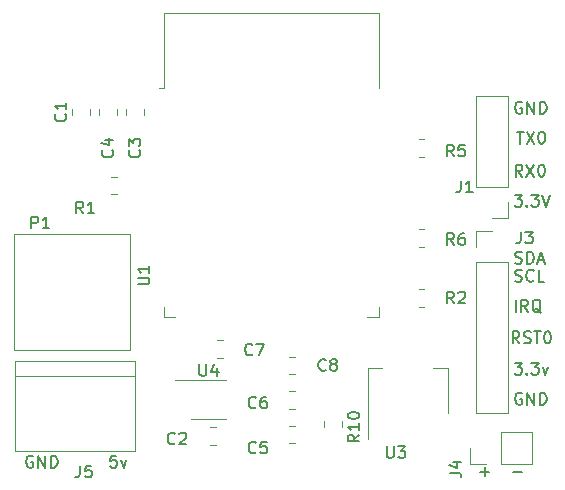
<source format=gbr>
%TF.GenerationSoftware,KiCad,Pcbnew,7.0.1*%
%TF.CreationDate,2023-04-21T09:55:58+02:00*%
%TF.ProjectId,hond,686f6e64-2e6b-4696-9361-645f70636258,rev?*%
%TF.SameCoordinates,Original*%
%TF.FileFunction,Legend,Top*%
%TF.FilePolarity,Positive*%
%FSLAX46Y46*%
G04 Gerber Fmt 4.6, Leading zero omitted, Abs format (unit mm)*
G04 Created by KiCad (PCBNEW 7.0.1) date 2023-04-21 09:55:58*
%MOMM*%
%LPD*%
G01*
G04 APERTURE LIST*
%ADD10C,0.150000*%
%ADD11C,0.120000*%
G04 APERTURE END LIST*
D10*
X146097523Y-76983619D02*
X145764190Y-76507428D01*
X145526095Y-76983619D02*
X145526095Y-75983619D01*
X145526095Y-75983619D02*
X145907047Y-75983619D01*
X145907047Y-75983619D02*
X146002285Y-76031238D01*
X146002285Y-76031238D02*
X146049904Y-76078857D01*
X146049904Y-76078857D02*
X146097523Y-76174095D01*
X146097523Y-76174095D02*
X146097523Y-76316952D01*
X146097523Y-76316952D02*
X146049904Y-76412190D01*
X146049904Y-76412190D02*
X146002285Y-76459809D01*
X146002285Y-76459809D02*
X145907047Y-76507428D01*
X145907047Y-76507428D02*
X145526095Y-76507428D01*
X146478476Y-76936000D02*
X146621333Y-76983619D01*
X146621333Y-76983619D02*
X146859428Y-76983619D01*
X146859428Y-76983619D02*
X146954666Y-76936000D01*
X146954666Y-76936000D02*
X147002285Y-76888380D01*
X147002285Y-76888380D02*
X147049904Y-76793142D01*
X147049904Y-76793142D02*
X147049904Y-76697904D01*
X147049904Y-76697904D02*
X147002285Y-76602666D01*
X147002285Y-76602666D02*
X146954666Y-76555047D01*
X146954666Y-76555047D02*
X146859428Y-76507428D01*
X146859428Y-76507428D02*
X146668952Y-76459809D01*
X146668952Y-76459809D02*
X146573714Y-76412190D01*
X146573714Y-76412190D02*
X146526095Y-76364571D01*
X146526095Y-76364571D02*
X146478476Y-76269333D01*
X146478476Y-76269333D02*
X146478476Y-76174095D01*
X146478476Y-76174095D02*
X146526095Y-76078857D01*
X146526095Y-76078857D02*
X146573714Y-76031238D01*
X146573714Y-76031238D02*
X146668952Y-75983619D01*
X146668952Y-75983619D02*
X146907047Y-75983619D01*
X146907047Y-75983619D02*
X147049904Y-76031238D01*
X147335619Y-75983619D02*
X147907047Y-75983619D01*
X147621333Y-76983619D02*
X147621333Y-75983619D01*
X148430857Y-75983619D02*
X148526095Y-75983619D01*
X148526095Y-75983619D02*
X148621333Y-76031238D01*
X148621333Y-76031238D02*
X148668952Y-76078857D01*
X148668952Y-76078857D02*
X148716571Y-76174095D01*
X148716571Y-76174095D02*
X148764190Y-76364571D01*
X148764190Y-76364571D02*
X148764190Y-76602666D01*
X148764190Y-76602666D02*
X148716571Y-76793142D01*
X148716571Y-76793142D02*
X148668952Y-76888380D01*
X148668952Y-76888380D02*
X148621333Y-76936000D01*
X148621333Y-76936000D02*
X148526095Y-76983619D01*
X148526095Y-76983619D02*
X148430857Y-76983619D01*
X148430857Y-76983619D02*
X148335619Y-76936000D01*
X148335619Y-76936000D02*
X148288000Y-76888380D01*
X148288000Y-76888380D02*
X148240381Y-76793142D01*
X148240381Y-76793142D02*
X148192762Y-76602666D01*
X148192762Y-76602666D02*
X148192762Y-76364571D01*
X148192762Y-76364571D02*
X148240381Y-76174095D01*
X148240381Y-76174095D02*
X148288000Y-76078857D01*
X148288000Y-76078857D02*
X148335619Y-76031238D01*
X148335619Y-76031238D02*
X148430857Y-75983619D01*
X145891238Y-59075619D02*
X146462666Y-59075619D01*
X146176952Y-60075619D02*
X146176952Y-59075619D01*
X146700762Y-59075619D02*
X147367428Y-60075619D01*
X147367428Y-59075619D02*
X146700762Y-60075619D01*
X147938857Y-59075619D02*
X148034095Y-59075619D01*
X148034095Y-59075619D02*
X148129333Y-59123238D01*
X148129333Y-59123238D02*
X148176952Y-59170857D01*
X148176952Y-59170857D02*
X148224571Y-59266095D01*
X148224571Y-59266095D02*
X148272190Y-59456571D01*
X148272190Y-59456571D02*
X148272190Y-59694666D01*
X148272190Y-59694666D02*
X148224571Y-59885142D01*
X148224571Y-59885142D02*
X148176952Y-59980380D01*
X148176952Y-59980380D02*
X148129333Y-60028000D01*
X148129333Y-60028000D02*
X148034095Y-60075619D01*
X148034095Y-60075619D02*
X147938857Y-60075619D01*
X147938857Y-60075619D02*
X147843619Y-60028000D01*
X147843619Y-60028000D02*
X147796000Y-59980380D01*
X147796000Y-59980380D02*
X147748381Y-59885142D01*
X147748381Y-59885142D02*
X147700762Y-59694666D01*
X147700762Y-59694666D02*
X147700762Y-59456571D01*
X147700762Y-59456571D02*
X147748381Y-59266095D01*
X147748381Y-59266095D02*
X147796000Y-59170857D01*
X147796000Y-59170857D02*
X147843619Y-59123238D01*
X147843619Y-59123238D02*
X147938857Y-59075619D01*
X145780095Y-74299619D02*
X145780095Y-73299619D01*
X146827713Y-74299619D02*
X146494380Y-73823428D01*
X146256285Y-74299619D02*
X146256285Y-73299619D01*
X146256285Y-73299619D02*
X146637237Y-73299619D01*
X146637237Y-73299619D02*
X146732475Y-73347238D01*
X146732475Y-73347238D02*
X146780094Y-73394857D01*
X146780094Y-73394857D02*
X146827713Y-73490095D01*
X146827713Y-73490095D02*
X146827713Y-73632952D01*
X146827713Y-73632952D02*
X146780094Y-73728190D01*
X146780094Y-73728190D02*
X146732475Y-73775809D01*
X146732475Y-73775809D02*
X146637237Y-73823428D01*
X146637237Y-73823428D02*
X146256285Y-73823428D01*
X147922951Y-74394857D02*
X147827713Y-74347238D01*
X147827713Y-74347238D02*
X147732475Y-74252000D01*
X147732475Y-74252000D02*
X147589618Y-74109142D01*
X147589618Y-74109142D02*
X147494380Y-74061523D01*
X147494380Y-74061523D02*
X147399142Y-74061523D01*
X147446761Y-74299619D02*
X147351523Y-74252000D01*
X147351523Y-74252000D02*
X147256285Y-74156761D01*
X147256285Y-74156761D02*
X147208666Y-73966285D01*
X147208666Y-73966285D02*
X147208666Y-73632952D01*
X147208666Y-73632952D02*
X147256285Y-73442476D01*
X147256285Y-73442476D02*
X147351523Y-73347238D01*
X147351523Y-73347238D02*
X147446761Y-73299619D01*
X147446761Y-73299619D02*
X147637237Y-73299619D01*
X147637237Y-73299619D02*
X147732475Y-73347238D01*
X147732475Y-73347238D02*
X147827713Y-73442476D01*
X147827713Y-73442476D02*
X147875332Y-73632952D01*
X147875332Y-73632952D02*
X147875332Y-73966285D01*
X147875332Y-73966285D02*
X147827713Y-74156761D01*
X147827713Y-74156761D02*
X147732475Y-74252000D01*
X147732475Y-74252000D02*
X147637237Y-74299619D01*
X147637237Y-74299619D02*
X147446761Y-74299619D01*
X104901904Y-86555238D02*
X104806666Y-86507619D01*
X104806666Y-86507619D02*
X104663809Y-86507619D01*
X104663809Y-86507619D02*
X104520952Y-86555238D01*
X104520952Y-86555238D02*
X104425714Y-86650476D01*
X104425714Y-86650476D02*
X104378095Y-86745714D01*
X104378095Y-86745714D02*
X104330476Y-86936190D01*
X104330476Y-86936190D02*
X104330476Y-87079047D01*
X104330476Y-87079047D02*
X104378095Y-87269523D01*
X104378095Y-87269523D02*
X104425714Y-87364761D01*
X104425714Y-87364761D02*
X104520952Y-87460000D01*
X104520952Y-87460000D02*
X104663809Y-87507619D01*
X104663809Y-87507619D02*
X104759047Y-87507619D01*
X104759047Y-87507619D02*
X104901904Y-87460000D01*
X104901904Y-87460000D02*
X104949523Y-87412380D01*
X104949523Y-87412380D02*
X104949523Y-87079047D01*
X104949523Y-87079047D02*
X104759047Y-87079047D01*
X105378095Y-87507619D02*
X105378095Y-86507619D01*
X105378095Y-86507619D02*
X105949523Y-87507619D01*
X105949523Y-87507619D02*
X105949523Y-86507619D01*
X106425714Y-87507619D02*
X106425714Y-86507619D01*
X106425714Y-86507619D02*
X106663809Y-86507619D01*
X106663809Y-86507619D02*
X106806666Y-86555238D01*
X106806666Y-86555238D02*
X106901904Y-86650476D01*
X106901904Y-86650476D02*
X106949523Y-86745714D01*
X106949523Y-86745714D02*
X106997142Y-86936190D01*
X106997142Y-86936190D02*
X106997142Y-87079047D01*
X106997142Y-87079047D02*
X106949523Y-87269523D01*
X106949523Y-87269523D02*
X106901904Y-87364761D01*
X106901904Y-87364761D02*
X106806666Y-87460000D01*
X106806666Y-87460000D02*
X106663809Y-87507619D01*
X106663809Y-87507619D02*
X106425714Y-87507619D01*
X143525904Y-87879333D02*
X142764000Y-87879333D01*
X143144952Y-87498380D02*
X143144952Y-88260285D01*
X145732476Y-71712000D02*
X145875333Y-71759619D01*
X145875333Y-71759619D02*
X146113428Y-71759619D01*
X146113428Y-71759619D02*
X146208666Y-71712000D01*
X146208666Y-71712000D02*
X146256285Y-71664380D01*
X146256285Y-71664380D02*
X146303904Y-71569142D01*
X146303904Y-71569142D02*
X146303904Y-71473904D01*
X146303904Y-71473904D02*
X146256285Y-71378666D01*
X146256285Y-71378666D02*
X146208666Y-71331047D01*
X146208666Y-71331047D02*
X146113428Y-71283428D01*
X146113428Y-71283428D02*
X145922952Y-71235809D01*
X145922952Y-71235809D02*
X145827714Y-71188190D01*
X145827714Y-71188190D02*
X145780095Y-71140571D01*
X145780095Y-71140571D02*
X145732476Y-71045333D01*
X145732476Y-71045333D02*
X145732476Y-70950095D01*
X145732476Y-70950095D02*
X145780095Y-70854857D01*
X145780095Y-70854857D02*
X145827714Y-70807238D01*
X145827714Y-70807238D02*
X145922952Y-70759619D01*
X145922952Y-70759619D02*
X146161047Y-70759619D01*
X146161047Y-70759619D02*
X146303904Y-70807238D01*
X147303904Y-71664380D02*
X147256285Y-71712000D01*
X147256285Y-71712000D02*
X147113428Y-71759619D01*
X147113428Y-71759619D02*
X147018190Y-71759619D01*
X147018190Y-71759619D02*
X146875333Y-71712000D01*
X146875333Y-71712000D02*
X146780095Y-71616761D01*
X146780095Y-71616761D02*
X146732476Y-71521523D01*
X146732476Y-71521523D02*
X146684857Y-71331047D01*
X146684857Y-71331047D02*
X146684857Y-71188190D01*
X146684857Y-71188190D02*
X146732476Y-70997714D01*
X146732476Y-70997714D02*
X146780095Y-70902476D01*
X146780095Y-70902476D02*
X146875333Y-70807238D01*
X146875333Y-70807238D02*
X147018190Y-70759619D01*
X147018190Y-70759619D02*
X147113428Y-70759619D01*
X147113428Y-70759619D02*
X147256285Y-70807238D01*
X147256285Y-70807238D02*
X147303904Y-70854857D01*
X148208666Y-71759619D02*
X147732476Y-71759619D01*
X147732476Y-71759619D02*
X147732476Y-70759619D01*
X146319904Y-87879333D02*
X145558000Y-87879333D01*
X145684857Y-78633619D02*
X146303904Y-78633619D01*
X146303904Y-78633619D02*
X145970571Y-79014571D01*
X145970571Y-79014571D02*
X146113428Y-79014571D01*
X146113428Y-79014571D02*
X146208666Y-79062190D01*
X146208666Y-79062190D02*
X146256285Y-79109809D01*
X146256285Y-79109809D02*
X146303904Y-79205047D01*
X146303904Y-79205047D02*
X146303904Y-79443142D01*
X146303904Y-79443142D02*
X146256285Y-79538380D01*
X146256285Y-79538380D02*
X146208666Y-79586000D01*
X146208666Y-79586000D02*
X146113428Y-79633619D01*
X146113428Y-79633619D02*
X145827714Y-79633619D01*
X145827714Y-79633619D02*
X145732476Y-79586000D01*
X145732476Y-79586000D02*
X145684857Y-79538380D01*
X146732476Y-79538380D02*
X146780095Y-79586000D01*
X146780095Y-79586000D02*
X146732476Y-79633619D01*
X146732476Y-79633619D02*
X146684857Y-79586000D01*
X146684857Y-79586000D02*
X146732476Y-79538380D01*
X146732476Y-79538380D02*
X146732476Y-79633619D01*
X147113428Y-78633619D02*
X147732475Y-78633619D01*
X147732475Y-78633619D02*
X147399142Y-79014571D01*
X147399142Y-79014571D02*
X147541999Y-79014571D01*
X147541999Y-79014571D02*
X147637237Y-79062190D01*
X147637237Y-79062190D02*
X147684856Y-79109809D01*
X147684856Y-79109809D02*
X147732475Y-79205047D01*
X147732475Y-79205047D02*
X147732475Y-79443142D01*
X147732475Y-79443142D02*
X147684856Y-79538380D01*
X147684856Y-79538380D02*
X147637237Y-79586000D01*
X147637237Y-79586000D02*
X147541999Y-79633619D01*
X147541999Y-79633619D02*
X147256285Y-79633619D01*
X147256285Y-79633619D02*
X147161047Y-79586000D01*
X147161047Y-79586000D02*
X147113428Y-79538380D01*
X148065809Y-78966952D02*
X148303904Y-79633619D01*
X148303904Y-79633619D02*
X148541999Y-78966952D01*
X111966285Y-86507619D02*
X111490095Y-86507619D01*
X111490095Y-86507619D02*
X111442476Y-86983809D01*
X111442476Y-86983809D02*
X111490095Y-86936190D01*
X111490095Y-86936190D02*
X111585333Y-86888571D01*
X111585333Y-86888571D02*
X111823428Y-86888571D01*
X111823428Y-86888571D02*
X111918666Y-86936190D01*
X111918666Y-86936190D02*
X111966285Y-86983809D01*
X111966285Y-86983809D02*
X112013904Y-87079047D01*
X112013904Y-87079047D02*
X112013904Y-87317142D01*
X112013904Y-87317142D02*
X111966285Y-87412380D01*
X111966285Y-87412380D02*
X111918666Y-87460000D01*
X111918666Y-87460000D02*
X111823428Y-87507619D01*
X111823428Y-87507619D02*
X111585333Y-87507619D01*
X111585333Y-87507619D02*
X111490095Y-87460000D01*
X111490095Y-87460000D02*
X111442476Y-87412380D01*
X112347238Y-86840952D02*
X112585333Y-87507619D01*
X112585333Y-87507619D02*
X112823428Y-86840952D01*
X145732476Y-70188000D02*
X145875333Y-70235619D01*
X145875333Y-70235619D02*
X146113428Y-70235619D01*
X146113428Y-70235619D02*
X146208666Y-70188000D01*
X146208666Y-70188000D02*
X146256285Y-70140380D01*
X146256285Y-70140380D02*
X146303904Y-70045142D01*
X146303904Y-70045142D02*
X146303904Y-69949904D01*
X146303904Y-69949904D02*
X146256285Y-69854666D01*
X146256285Y-69854666D02*
X146208666Y-69807047D01*
X146208666Y-69807047D02*
X146113428Y-69759428D01*
X146113428Y-69759428D02*
X145922952Y-69711809D01*
X145922952Y-69711809D02*
X145827714Y-69664190D01*
X145827714Y-69664190D02*
X145780095Y-69616571D01*
X145780095Y-69616571D02*
X145732476Y-69521333D01*
X145732476Y-69521333D02*
X145732476Y-69426095D01*
X145732476Y-69426095D02*
X145780095Y-69330857D01*
X145780095Y-69330857D02*
X145827714Y-69283238D01*
X145827714Y-69283238D02*
X145922952Y-69235619D01*
X145922952Y-69235619D02*
X146161047Y-69235619D01*
X146161047Y-69235619D02*
X146303904Y-69283238D01*
X146732476Y-70235619D02*
X146732476Y-69235619D01*
X146732476Y-69235619D02*
X146970571Y-69235619D01*
X146970571Y-69235619D02*
X147113428Y-69283238D01*
X147113428Y-69283238D02*
X147208666Y-69378476D01*
X147208666Y-69378476D02*
X147256285Y-69473714D01*
X147256285Y-69473714D02*
X147303904Y-69664190D01*
X147303904Y-69664190D02*
X147303904Y-69807047D01*
X147303904Y-69807047D02*
X147256285Y-69997523D01*
X147256285Y-69997523D02*
X147208666Y-70092761D01*
X147208666Y-70092761D02*
X147113428Y-70188000D01*
X147113428Y-70188000D02*
X146970571Y-70235619D01*
X146970571Y-70235619D02*
X146732476Y-70235619D01*
X147684857Y-69949904D02*
X148161047Y-69949904D01*
X147589619Y-70235619D02*
X147922952Y-69235619D01*
X147922952Y-69235619D02*
X148256285Y-70235619D01*
X146303904Y-56583238D02*
X146208666Y-56535619D01*
X146208666Y-56535619D02*
X146065809Y-56535619D01*
X146065809Y-56535619D02*
X145922952Y-56583238D01*
X145922952Y-56583238D02*
X145827714Y-56678476D01*
X145827714Y-56678476D02*
X145780095Y-56773714D01*
X145780095Y-56773714D02*
X145732476Y-56964190D01*
X145732476Y-56964190D02*
X145732476Y-57107047D01*
X145732476Y-57107047D02*
X145780095Y-57297523D01*
X145780095Y-57297523D02*
X145827714Y-57392761D01*
X145827714Y-57392761D02*
X145922952Y-57488000D01*
X145922952Y-57488000D02*
X146065809Y-57535619D01*
X146065809Y-57535619D02*
X146161047Y-57535619D01*
X146161047Y-57535619D02*
X146303904Y-57488000D01*
X146303904Y-57488000D02*
X146351523Y-57440380D01*
X146351523Y-57440380D02*
X146351523Y-57107047D01*
X146351523Y-57107047D02*
X146161047Y-57107047D01*
X146780095Y-57535619D02*
X146780095Y-56535619D01*
X146780095Y-56535619D02*
X147351523Y-57535619D01*
X147351523Y-57535619D02*
X147351523Y-56535619D01*
X147827714Y-57535619D02*
X147827714Y-56535619D01*
X147827714Y-56535619D02*
X148065809Y-56535619D01*
X148065809Y-56535619D02*
X148208666Y-56583238D01*
X148208666Y-56583238D02*
X148303904Y-56678476D01*
X148303904Y-56678476D02*
X148351523Y-56773714D01*
X148351523Y-56773714D02*
X148399142Y-56964190D01*
X148399142Y-56964190D02*
X148399142Y-57107047D01*
X148399142Y-57107047D02*
X148351523Y-57297523D01*
X148351523Y-57297523D02*
X148303904Y-57392761D01*
X148303904Y-57392761D02*
X148208666Y-57488000D01*
X148208666Y-57488000D02*
X148065809Y-57535619D01*
X148065809Y-57535619D02*
X147827714Y-57535619D01*
X146351523Y-62869619D02*
X146018190Y-62393428D01*
X145780095Y-62869619D02*
X145780095Y-61869619D01*
X145780095Y-61869619D02*
X146161047Y-61869619D01*
X146161047Y-61869619D02*
X146256285Y-61917238D01*
X146256285Y-61917238D02*
X146303904Y-61964857D01*
X146303904Y-61964857D02*
X146351523Y-62060095D01*
X146351523Y-62060095D02*
X146351523Y-62202952D01*
X146351523Y-62202952D02*
X146303904Y-62298190D01*
X146303904Y-62298190D02*
X146256285Y-62345809D01*
X146256285Y-62345809D02*
X146161047Y-62393428D01*
X146161047Y-62393428D02*
X145780095Y-62393428D01*
X146684857Y-61869619D02*
X147351523Y-62869619D01*
X147351523Y-61869619D02*
X146684857Y-62869619D01*
X147922952Y-61869619D02*
X148018190Y-61869619D01*
X148018190Y-61869619D02*
X148113428Y-61917238D01*
X148113428Y-61917238D02*
X148161047Y-61964857D01*
X148161047Y-61964857D02*
X148208666Y-62060095D01*
X148208666Y-62060095D02*
X148256285Y-62250571D01*
X148256285Y-62250571D02*
X148256285Y-62488666D01*
X148256285Y-62488666D02*
X148208666Y-62679142D01*
X148208666Y-62679142D02*
X148161047Y-62774380D01*
X148161047Y-62774380D02*
X148113428Y-62822000D01*
X148113428Y-62822000D02*
X148018190Y-62869619D01*
X148018190Y-62869619D02*
X147922952Y-62869619D01*
X147922952Y-62869619D02*
X147827714Y-62822000D01*
X147827714Y-62822000D02*
X147780095Y-62774380D01*
X147780095Y-62774380D02*
X147732476Y-62679142D01*
X147732476Y-62679142D02*
X147684857Y-62488666D01*
X147684857Y-62488666D02*
X147684857Y-62250571D01*
X147684857Y-62250571D02*
X147732476Y-62060095D01*
X147732476Y-62060095D02*
X147780095Y-61964857D01*
X147780095Y-61964857D02*
X147827714Y-61917238D01*
X147827714Y-61917238D02*
X147922952Y-61869619D01*
X145684857Y-64409619D02*
X146303904Y-64409619D01*
X146303904Y-64409619D02*
X145970571Y-64790571D01*
X145970571Y-64790571D02*
X146113428Y-64790571D01*
X146113428Y-64790571D02*
X146208666Y-64838190D01*
X146208666Y-64838190D02*
X146256285Y-64885809D01*
X146256285Y-64885809D02*
X146303904Y-64981047D01*
X146303904Y-64981047D02*
X146303904Y-65219142D01*
X146303904Y-65219142D02*
X146256285Y-65314380D01*
X146256285Y-65314380D02*
X146208666Y-65362000D01*
X146208666Y-65362000D02*
X146113428Y-65409619D01*
X146113428Y-65409619D02*
X145827714Y-65409619D01*
X145827714Y-65409619D02*
X145732476Y-65362000D01*
X145732476Y-65362000D02*
X145684857Y-65314380D01*
X146732476Y-65314380D02*
X146780095Y-65362000D01*
X146780095Y-65362000D02*
X146732476Y-65409619D01*
X146732476Y-65409619D02*
X146684857Y-65362000D01*
X146684857Y-65362000D02*
X146732476Y-65314380D01*
X146732476Y-65314380D02*
X146732476Y-65409619D01*
X147113428Y-64409619D02*
X147732475Y-64409619D01*
X147732475Y-64409619D02*
X147399142Y-64790571D01*
X147399142Y-64790571D02*
X147541999Y-64790571D01*
X147541999Y-64790571D02*
X147637237Y-64838190D01*
X147637237Y-64838190D02*
X147684856Y-64885809D01*
X147684856Y-64885809D02*
X147732475Y-64981047D01*
X147732475Y-64981047D02*
X147732475Y-65219142D01*
X147732475Y-65219142D02*
X147684856Y-65314380D01*
X147684856Y-65314380D02*
X147637237Y-65362000D01*
X147637237Y-65362000D02*
X147541999Y-65409619D01*
X147541999Y-65409619D02*
X147256285Y-65409619D01*
X147256285Y-65409619D02*
X147161047Y-65362000D01*
X147161047Y-65362000D02*
X147113428Y-65314380D01*
X148018190Y-64409619D02*
X148351523Y-65409619D01*
X148351523Y-65409619D02*
X148684856Y-64409619D01*
X146303904Y-81221238D02*
X146208666Y-81173619D01*
X146208666Y-81173619D02*
X146065809Y-81173619D01*
X146065809Y-81173619D02*
X145922952Y-81221238D01*
X145922952Y-81221238D02*
X145827714Y-81316476D01*
X145827714Y-81316476D02*
X145780095Y-81411714D01*
X145780095Y-81411714D02*
X145732476Y-81602190D01*
X145732476Y-81602190D02*
X145732476Y-81745047D01*
X145732476Y-81745047D02*
X145780095Y-81935523D01*
X145780095Y-81935523D02*
X145827714Y-82030761D01*
X145827714Y-82030761D02*
X145922952Y-82126000D01*
X145922952Y-82126000D02*
X146065809Y-82173619D01*
X146065809Y-82173619D02*
X146161047Y-82173619D01*
X146161047Y-82173619D02*
X146303904Y-82126000D01*
X146303904Y-82126000D02*
X146351523Y-82078380D01*
X146351523Y-82078380D02*
X146351523Y-81745047D01*
X146351523Y-81745047D02*
X146161047Y-81745047D01*
X146780095Y-82173619D02*
X146780095Y-81173619D01*
X146780095Y-81173619D02*
X147351523Y-82173619D01*
X147351523Y-82173619D02*
X147351523Y-81173619D01*
X147827714Y-82173619D02*
X147827714Y-81173619D01*
X147827714Y-81173619D02*
X148065809Y-81173619D01*
X148065809Y-81173619D02*
X148208666Y-81221238D01*
X148208666Y-81221238D02*
X148303904Y-81316476D01*
X148303904Y-81316476D02*
X148351523Y-81411714D01*
X148351523Y-81411714D02*
X148399142Y-81602190D01*
X148399142Y-81602190D02*
X148399142Y-81745047D01*
X148399142Y-81745047D02*
X148351523Y-81935523D01*
X148351523Y-81935523D02*
X148303904Y-82030761D01*
X148303904Y-82030761D02*
X148208666Y-82126000D01*
X148208666Y-82126000D02*
X148065809Y-82173619D01*
X148065809Y-82173619D02*
X147827714Y-82173619D01*
%TO.C,C1*%
X107653380Y-57570666D02*
X107701000Y-57618285D01*
X107701000Y-57618285D02*
X107748619Y-57761142D01*
X107748619Y-57761142D02*
X107748619Y-57856380D01*
X107748619Y-57856380D02*
X107701000Y-57999237D01*
X107701000Y-57999237D02*
X107605761Y-58094475D01*
X107605761Y-58094475D02*
X107510523Y-58142094D01*
X107510523Y-58142094D02*
X107320047Y-58189713D01*
X107320047Y-58189713D02*
X107177190Y-58189713D01*
X107177190Y-58189713D02*
X106986714Y-58142094D01*
X106986714Y-58142094D02*
X106891476Y-58094475D01*
X106891476Y-58094475D02*
X106796238Y-57999237D01*
X106796238Y-57999237D02*
X106748619Y-57856380D01*
X106748619Y-57856380D02*
X106748619Y-57761142D01*
X106748619Y-57761142D02*
X106796238Y-57618285D01*
X106796238Y-57618285D02*
X106843857Y-57570666D01*
X107748619Y-56618285D02*
X107748619Y-57189713D01*
X107748619Y-56903999D02*
X106748619Y-56903999D01*
X106748619Y-56903999D02*
X106891476Y-56999237D01*
X106891476Y-56999237D02*
X106986714Y-57094475D01*
X106986714Y-57094475D02*
X107034333Y-57189713D01*
%TO.C,J4*%
X140178619Y-87963333D02*
X140892904Y-87963333D01*
X140892904Y-87963333D02*
X141035761Y-88010952D01*
X141035761Y-88010952D02*
X141131000Y-88106190D01*
X141131000Y-88106190D02*
X141178619Y-88249047D01*
X141178619Y-88249047D02*
X141178619Y-88344285D01*
X140511952Y-87058571D02*
X141178619Y-87058571D01*
X140131000Y-87296666D02*
X140845285Y-87534761D01*
X140845285Y-87534761D02*
X140845285Y-86915714D01*
%TO.C,J3*%
X146224666Y-67534619D02*
X146224666Y-68248904D01*
X146224666Y-68248904D02*
X146177047Y-68391761D01*
X146177047Y-68391761D02*
X146081809Y-68487000D01*
X146081809Y-68487000D02*
X145938952Y-68534619D01*
X145938952Y-68534619D02*
X145843714Y-68534619D01*
X146605619Y-67534619D02*
X147224666Y-67534619D01*
X147224666Y-67534619D02*
X146891333Y-67915571D01*
X146891333Y-67915571D02*
X147034190Y-67915571D01*
X147034190Y-67915571D02*
X147129428Y-67963190D01*
X147129428Y-67963190D02*
X147177047Y-68010809D01*
X147177047Y-68010809D02*
X147224666Y-68106047D01*
X147224666Y-68106047D02*
X147224666Y-68344142D01*
X147224666Y-68344142D02*
X147177047Y-68439380D01*
X147177047Y-68439380D02*
X147129428Y-68487000D01*
X147129428Y-68487000D02*
X147034190Y-68534619D01*
X147034190Y-68534619D02*
X146748476Y-68534619D01*
X146748476Y-68534619D02*
X146653238Y-68487000D01*
X146653238Y-68487000D02*
X146605619Y-68439380D01*
%TO.C,J1*%
X141144666Y-63216619D02*
X141144666Y-63930904D01*
X141144666Y-63930904D02*
X141097047Y-64073761D01*
X141097047Y-64073761D02*
X141001809Y-64169000D01*
X141001809Y-64169000D02*
X140858952Y-64216619D01*
X140858952Y-64216619D02*
X140763714Y-64216619D01*
X142144666Y-64216619D02*
X141573238Y-64216619D01*
X141858952Y-64216619D02*
X141858952Y-63216619D01*
X141858952Y-63216619D02*
X141763714Y-63359476D01*
X141763714Y-63359476D02*
X141668476Y-63454714D01*
X141668476Y-63454714D02*
X141573238Y-63502333D01*
%TO.C,U1*%
X113762619Y-72008904D02*
X114572142Y-72008904D01*
X114572142Y-72008904D02*
X114667380Y-71961285D01*
X114667380Y-71961285D02*
X114715000Y-71913666D01*
X114715000Y-71913666D02*
X114762619Y-71818428D01*
X114762619Y-71818428D02*
X114762619Y-71627952D01*
X114762619Y-71627952D02*
X114715000Y-71532714D01*
X114715000Y-71532714D02*
X114667380Y-71485095D01*
X114667380Y-71485095D02*
X114572142Y-71437476D01*
X114572142Y-71437476D02*
X113762619Y-71437476D01*
X114762619Y-70437476D02*
X114762619Y-71008904D01*
X114762619Y-70723190D02*
X113762619Y-70723190D01*
X113762619Y-70723190D02*
X113905476Y-70818428D01*
X113905476Y-70818428D02*
X114000714Y-70913666D01*
X114000714Y-70913666D02*
X114048333Y-71008904D01*
%TO.C,C2*%
X116927333Y-85457380D02*
X116879714Y-85505000D01*
X116879714Y-85505000D02*
X116736857Y-85552619D01*
X116736857Y-85552619D02*
X116641619Y-85552619D01*
X116641619Y-85552619D02*
X116498762Y-85505000D01*
X116498762Y-85505000D02*
X116403524Y-85409761D01*
X116403524Y-85409761D02*
X116355905Y-85314523D01*
X116355905Y-85314523D02*
X116308286Y-85124047D01*
X116308286Y-85124047D02*
X116308286Y-84981190D01*
X116308286Y-84981190D02*
X116355905Y-84790714D01*
X116355905Y-84790714D02*
X116403524Y-84695476D01*
X116403524Y-84695476D02*
X116498762Y-84600238D01*
X116498762Y-84600238D02*
X116641619Y-84552619D01*
X116641619Y-84552619D02*
X116736857Y-84552619D01*
X116736857Y-84552619D02*
X116879714Y-84600238D01*
X116879714Y-84600238D02*
X116927333Y-84647857D01*
X117308286Y-84647857D02*
X117355905Y-84600238D01*
X117355905Y-84600238D02*
X117451143Y-84552619D01*
X117451143Y-84552619D02*
X117689238Y-84552619D01*
X117689238Y-84552619D02*
X117784476Y-84600238D01*
X117784476Y-84600238D02*
X117832095Y-84647857D01*
X117832095Y-84647857D02*
X117879714Y-84743095D01*
X117879714Y-84743095D02*
X117879714Y-84838333D01*
X117879714Y-84838333D02*
X117832095Y-84981190D01*
X117832095Y-84981190D02*
X117260667Y-85552619D01*
X117260667Y-85552619D02*
X117879714Y-85552619D01*
%TO.C,U3*%
X134874095Y-85695619D02*
X134874095Y-86505142D01*
X134874095Y-86505142D02*
X134921714Y-86600380D01*
X134921714Y-86600380D02*
X134969333Y-86648000D01*
X134969333Y-86648000D02*
X135064571Y-86695619D01*
X135064571Y-86695619D02*
X135255047Y-86695619D01*
X135255047Y-86695619D02*
X135350285Y-86648000D01*
X135350285Y-86648000D02*
X135397904Y-86600380D01*
X135397904Y-86600380D02*
X135445523Y-86505142D01*
X135445523Y-86505142D02*
X135445523Y-85695619D01*
X135826476Y-85695619D02*
X136445523Y-85695619D01*
X136445523Y-85695619D02*
X136112190Y-86076571D01*
X136112190Y-86076571D02*
X136255047Y-86076571D01*
X136255047Y-86076571D02*
X136350285Y-86124190D01*
X136350285Y-86124190D02*
X136397904Y-86171809D01*
X136397904Y-86171809D02*
X136445523Y-86267047D01*
X136445523Y-86267047D02*
X136445523Y-86505142D01*
X136445523Y-86505142D02*
X136397904Y-86600380D01*
X136397904Y-86600380D02*
X136350285Y-86648000D01*
X136350285Y-86648000D02*
X136255047Y-86695619D01*
X136255047Y-86695619D02*
X135969333Y-86695619D01*
X135969333Y-86695619D02*
X135874095Y-86648000D01*
X135874095Y-86648000D02*
X135826476Y-86600380D01*
%TO.C,C6*%
X123785333Y-82409380D02*
X123737714Y-82457000D01*
X123737714Y-82457000D02*
X123594857Y-82504619D01*
X123594857Y-82504619D02*
X123499619Y-82504619D01*
X123499619Y-82504619D02*
X123356762Y-82457000D01*
X123356762Y-82457000D02*
X123261524Y-82361761D01*
X123261524Y-82361761D02*
X123213905Y-82266523D01*
X123213905Y-82266523D02*
X123166286Y-82076047D01*
X123166286Y-82076047D02*
X123166286Y-81933190D01*
X123166286Y-81933190D02*
X123213905Y-81742714D01*
X123213905Y-81742714D02*
X123261524Y-81647476D01*
X123261524Y-81647476D02*
X123356762Y-81552238D01*
X123356762Y-81552238D02*
X123499619Y-81504619D01*
X123499619Y-81504619D02*
X123594857Y-81504619D01*
X123594857Y-81504619D02*
X123737714Y-81552238D01*
X123737714Y-81552238D02*
X123785333Y-81599857D01*
X124642476Y-81504619D02*
X124452000Y-81504619D01*
X124452000Y-81504619D02*
X124356762Y-81552238D01*
X124356762Y-81552238D02*
X124309143Y-81599857D01*
X124309143Y-81599857D02*
X124213905Y-81742714D01*
X124213905Y-81742714D02*
X124166286Y-81933190D01*
X124166286Y-81933190D02*
X124166286Y-82314142D01*
X124166286Y-82314142D02*
X124213905Y-82409380D01*
X124213905Y-82409380D02*
X124261524Y-82457000D01*
X124261524Y-82457000D02*
X124356762Y-82504619D01*
X124356762Y-82504619D02*
X124547238Y-82504619D01*
X124547238Y-82504619D02*
X124642476Y-82457000D01*
X124642476Y-82457000D02*
X124690095Y-82409380D01*
X124690095Y-82409380D02*
X124737714Y-82314142D01*
X124737714Y-82314142D02*
X124737714Y-82076047D01*
X124737714Y-82076047D02*
X124690095Y-81980809D01*
X124690095Y-81980809D02*
X124642476Y-81933190D01*
X124642476Y-81933190D02*
X124547238Y-81885571D01*
X124547238Y-81885571D02*
X124356762Y-81885571D01*
X124356762Y-81885571D02*
X124261524Y-81933190D01*
X124261524Y-81933190D02*
X124213905Y-81980809D01*
X124213905Y-81980809D02*
X124166286Y-82076047D01*
%TO.C,R1*%
X109165333Y-65994619D02*
X108832000Y-65518428D01*
X108593905Y-65994619D02*
X108593905Y-64994619D01*
X108593905Y-64994619D02*
X108974857Y-64994619D01*
X108974857Y-64994619D02*
X109070095Y-65042238D01*
X109070095Y-65042238D02*
X109117714Y-65089857D01*
X109117714Y-65089857D02*
X109165333Y-65185095D01*
X109165333Y-65185095D02*
X109165333Y-65327952D01*
X109165333Y-65327952D02*
X109117714Y-65423190D01*
X109117714Y-65423190D02*
X109070095Y-65470809D01*
X109070095Y-65470809D02*
X108974857Y-65518428D01*
X108974857Y-65518428D02*
X108593905Y-65518428D01*
X110117714Y-65994619D02*
X109546286Y-65994619D01*
X109832000Y-65994619D02*
X109832000Y-64994619D01*
X109832000Y-64994619D02*
X109736762Y-65137476D01*
X109736762Y-65137476D02*
X109641524Y-65232714D01*
X109641524Y-65232714D02*
X109546286Y-65280333D01*
%TO.C,U4*%
X119008095Y-78759619D02*
X119008095Y-79569142D01*
X119008095Y-79569142D02*
X119055714Y-79664380D01*
X119055714Y-79664380D02*
X119103333Y-79712000D01*
X119103333Y-79712000D02*
X119198571Y-79759619D01*
X119198571Y-79759619D02*
X119389047Y-79759619D01*
X119389047Y-79759619D02*
X119484285Y-79712000D01*
X119484285Y-79712000D02*
X119531904Y-79664380D01*
X119531904Y-79664380D02*
X119579523Y-79569142D01*
X119579523Y-79569142D02*
X119579523Y-78759619D01*
X120484285Y-79092952D02*
X120484285Y-79759619D01*
X120246190Y-78712000D02*
X120008095Y-79426285D01*
X120008095Y-79426285D02*
X120627142Y-79426285D01*
%TO.C,R2*%
X140549333Y-73614619D02*
X140216000Y-73138428D01*
X139977905Y-73614619D02*
X139977905Y-72614619D01*
X139977905Y-72614619D02*
X140358857Y-72614619D01*
X140358857Y-72614619D02*
X140454095Y-72662238D01*
X140454095Y-72662238D02*
X140501714Y-72709857D01*
X140501714Y-72709857D02*
X140549333Y-72805095D01*
X140549333Y-72805095D02*
X140549333Y-72947952D01*
X140549333Y-72947952D02*
X140501714Y-73043190D01*
X140501714Y-73043190D02*
X140454095Y-73090809D01*
X140454095Y-73090809D02*
X140358857Y-73138428D01*
X140358857Y-73138428D02*
X139977905Y-73138428D01*
X140930286Y-72709857D02*
X140977905Y-72662238D01*
X140977905Y-72662238D02*
X141073143Y-72614619D01*
X141073143Y-72614619D02*
X141311238Y-72614619D01*
X141311238Y-72614619D02*
X141406476Y-72662238D01*
X141406476Y-72662238D02*
X141454095Y-72709857D01*
X141454095Y-72709857D02*
X141501714Y-72805095D01*
X141501714Y-72805095D02*
X141501714Y-72900333D01*
X141501714Y-72900333D02*
X141454095Y-73043190D01*
X141454095Y-73043190D02*
X140882667Y-73614619D01*
X140882667Y-73614619D02*
X141501714Y-73614619D01*
%TO.C,R5*%
X140549333Y-61168619D02*
X140216000Y-60692428D01*
X139977905Y-61168619D02*
X139977905Y-60168619D01*
X139977905Y-60168619D02*
X140358857Y-60168619D01*
X140358857Y-60168619D02*
X140454095Y-60216238D01*
X140454095Y-60216238D02*
X140501714Y-60263857D01*
X140501714Y-60263857D02*
X140549333Y-60359095D01*
X140549333Y-60359095D02*
X140549333Y-60501952D01*
X140549333Y-60501952D02*
X140501714Y-60597190D01*
X140501714Y-60597190D02*
X140454095Y-60644809D01*
X140454095Y-60644809D02*
X140358857Y-60692428D01*
X140358857Y-60692428D02*
X139977905Y-60692428D01*
X141454095Y-60168619D02*
X140977905Y-60168619D01*
X140977905Y-60168619D02*
X140930286Y-60644809D01*
X140930286Y-60644809D02*
X140977905Y-60597190D01*
X140977905Y-60597190D02*
X141073143Y-60549571D01*
X141073143Y-60549571D02*
X141311238Y-60549571D01*
X141311238Y-60549571D02*
X141406476Y-60597190D01*
X141406476Y-60597190D02*
X141454095Y-60644809D01*
X141454095Y-60644809D02*
X141501714Y-60740047D01*
X141501714Y-60740047D02*
X141501714Y-60978142D01*
X141501714Y-60978142D02*
X141454095Y-61073380D01*
X141454095Y-61073380D02*
X141406476Y-61121000D01*
X141406476Y-61121000D02*
X141311238Y-61168619D01*
X141311238Y-61168619D02*
X141073143Y-61168619D01*
X141073143Y-61168619D02*
X140977905Y-61121000D01*
X140977905Y-61121000D02*
X140930286Y-61073380D01*
%TO.C,R10*%
X132542619Y-84716857D02*
X132066428Y-85050190D01*
X132542619Y-85288285D02*
X131542619Y-85288285D01*
X131542619Y-85288285D02*
X131542619Y-84907333D01*
X131542619Y-84907333D02*
X131590238Y-84812095D01*
X131590238Y-84812095D02*
X131637857Y-84764476D01*
X131637857Y-84764476D02*
X131733095Y-84716857D01*
X131733095Y-84716857D02*
X131875952Y-84716857D01*
X131875952Y-84716857D02*
X131971190Y-84764476D01*
X131971190Y-84764476D02*
X132018809Y-84812095D01*
X132018809Y-84812095D02*
X132066428Y-84907333D01*
X132066428Y-84907333D02*
X132066428Y-85288285D01*
X132542619Y-83764476D02*
X132542619Y-84335904D01*
X132542619Y-84050190D02*
X131542619Y-84050190D01*
X131542619Y-84050190D02*
X131685476Y-84145428D01*
X131685476Y-84145428D02*
X131780714Y-84240666D01*
X131780714Y-84240666D02*
X131828333Y-84335904D01*
X131542619Y-83145428D02*
X131542619Y-83050190D01*
X131542619Y-83050190D02*
X131590238Y-82954952D01*
X131590238Y-82954952D02*
X131637857Y-82907333D01*
X131637857Y-82907333D02*
X131733095Y-82859714D01*
X131733095Y-82859714D02*
X131923571Y-82812095D01*
X131923571Y-82812095D02*
X132161666Y-82812095D01*
X132161666Y-82812095D02*
X132352142Y-82859714D01*
X132352142Y-82859714D02*
X132447380Y-82907333D01*
X132447380Y-82907333D02*
X132495000Y-82954952D01*
X132495000Y-82954952D02*
X132542619Y-83050190D01*
X132542619Y-83050190D02*
X132542619Y-83145428D01*
X132542619Y-83145428D02*
X132495000Y-83240666D01*
X132495000Y-83240666D02*
X132447380Y-83288285D01*
X132447380Y-83288285D02*
X132352142Y-83335904D01*
X132352142Y-83335904D02*
X132161666Y-83383523D01*
X132161666Y-83383523D02*
X131923571Y-83383523D01*
X131923571Y-83383523D02*
X131733095Y-83335904D01*
X131733095Y-83335904D02*
X131637857Y-83288285D01*
X131637857Y-83288285D02*
X131590238Y-83240666D01*
X131590238Y-83240666D02*
X131542619Y-83145428D01*
%TO.C,R6*%
X140549333Y-68661619D02*
X140216000Y-68185428D01*
X139977905Y-68661619D02*
X139977905Y-67661619D01*
X139977905Y-67661619D02*
X140358857Y-67661619D01*
X140358857Y-67661619D02*
X140454095Y-67709238D01*
X140454095Y-67709238D02*
X140501714Y-67756857D01*
X140501714Y-67756857D02*
X140549333Y-67852095D01*
X140549333Y-67852095D02*
X140549333Y-67994952D01*
X140549333Y-67994952D02*
X140501714Y-68090190D01*
X140501714Y-68090190D02*
X140454095Y-68137809D01*
X140454095Y-68137809D02*
X140358857Y-68185428D01*
X140358857Y-68185428D02*
X139977905Y-68185428D01*
X141406476Y-67661619D02*
X141216000Y-67661619D01*
X141216000Y-67661619D02*
X141120762Y-67709238D01*
X141120762Y-67709238D02*
X141073143Y-67756857D01*
X141073143Y-67756857D02*
X140977905Y-67899714D01*
X140977905Y-67899714D02*
X140930286Y-68090190D01*
X140930286Y-68090190D02*
X140930286Y-68471142D01*
X140930286Y-68471142D02*
X140977905Y-68566380D01*
X140977905Y-68566380D02*
X141025524Y-68614000D01*
X141025524Y-68614000D02*
X141120762Y-68661619D01*
X141120762Y-68661619D02*
X141311238Y-68661619D01*
X141311238Y-68661619D02*
X141406476Y-68614000D01*
X141406476Y-68614000D02*
X141454095Y-68566380D01*
X141454095Y-68566380D02*
X141501714Y-68471142D01*
X141501714Y-68471142D02*
X141501714Y-68233047D01*
X141501714Y-68233047D02*
X141454095Y-68137809D01*
X141454095Y-68137809D02*
X141406476Y-68090190D01*
X141406476Y-68090190D02*
X141311238Y-68042571D01*
X141311238Y-68042571D02*
X141120762Y-68042571D01*
X141120762Y-68042571D02*
X141025524Y-68090190D01*
X141025524Y-68090190D02*
X140977905Y-68137809D01*
X140977905Y-68137809D02*
X140930286Y-68233047D01*
%TO.C,J5*%
X108886666Y-87346619D02*
X108886666Y-88060904D01*
X108886666Y-88060904D02*
X108839047Y-88203761D01*
X108839047Y-88203761D02*
X108743809Y-88299000D01*
X108743809Y-88299000D02*
X108600952Y-88346619D01*
X108600952Y-88346619D02*
X108505714Y-88346619D01*
X109839047Y-87346619D02*
X109362857Y-87346619D01*
X109362857Y-87346619D02*
X109315238Y-87822809D01*
X109315238Y-87822809D02*
X109362857Y-87775190D01*
X109362857Y-87775190D02*
X109458095Y-87727571D01*
X109458095Y-87727571D02*
X109696190Y-87727571D01*
X109696190Y-87727571D02*
X109791428Y-87775190D01*
X109791428Y-87775190D02*
X109839047Y-87822809D01*
X109839047Y-87822809D02*
X109886666Y-87918047D01*
X109886666Y-87918047D02*
X109886666Y-88156142D01*
X109886666Y-88156142D02*
X109839047Y-88251380D01*
X109839047Y-88251380D02*
X109791428Y-88299000D01*
X109791428Y-88299000D02*
X109696190Y-88346619D01*
X109696190Y-88346619D02*
X109458095Y-88346619D01*
X109458095Y-88346619D02*
X109362857Y-88299000D01*
X109362857Y-88299000D02*
X109315238Y-88251380D01*
%TO.C,C8*%
X129702333Y-79234380D02*
X129654714Y-79282000D01*
X129654714Y-79282000D02*
X129511857Y-79329619D01*
X129511857Y-79329619D02*
X129416619Y-79329619D01*
X129416619Y-79329619D02*
X129273762Y-79282000D01*
X129273762Y-79282000D02*
X129178524Y-79186761D01*
X129178524Y-79186761D02*
X129130905Y-79091523D01*
X129130905Y-79091523D02*
X129083286Y-78901047D01*
X129083286Y-78901047D02*
X129083286Y-78758190D01*
X129083286Y-78758190D02*
X129130905Y-78567714D01*
X129130905Y-78567714D02*
X129178524Y-78472476D01*
X129178524Y-78472476D02*
X129273762Y-78377238D01*
X129273762Y-78377238D02*
X129416619Y-78329619D01*
X129416619Y-78329619D02*
X129511857Y-78329619D01*
X129511857Y-78329619D02*
X129654714Y-78377238D01*
X129654714Y-78377238D02*
X129702333Y-78424857D01*
X130273762Y-78758190D02*
X130178524Y-78710571D01*
X130178524Y-78710571D02*
X130130905Y-78662952D01*
X130130905Y-78662952D02*
X130083286Y-78567714D01*
X130083286Y-78567714D02*
X130083286Y-78520095D01*
X130083286Y-78520095D02*
X130130905Y-78424857D01*
X130130905Y-78424857D02*
X130178524Y-78377238D01*
X130178524Y-78377238D02*
X130273762Y-78329619D01*
X130273762Y-78329619D02*
X130464238Y-78329619D01*
X130464238Y-78329619D02*
X130559476Y-78377238D01*
X130559476Y-78377238D02*
X130607095Y-78424857D01*
X130607095Y-78424857D02*
X130654714Y-78520095D01*
X130654714Y-78520095D02*
X130654714Y-78567714D01*
X130654714Y-78567714D02*
X130607095Y-78662952D01*
X130607095Y-78662952D02*
X130559476Y-78710571D01*
X130559476Y-78710571D02*
X130464238Y-78758190D01*
X130464238Y-78758190D02*
X130273762Y-78758190D01*
X130273762Y-78758190D02*
X130178524Y-78805809D01*
X130178524Y-78805809D02*
X130130905Y-78853428D01*
X130130905Y-78853428D02*
X130083286Y-78948666D01*
X130083286Y-78948666D02*
X130083286Y-79139142D01*
X130083286Y-79139142D02*
X130130905Y-79234380D01*
X130130905Y-79234380D02*
X130178524Y-79282000D01*
X130178524Y-79282000D02*
X130273762Y-79329619D01*
X130273762Y-79329619D02*
X130464238Y-79329619D01*
X130464238Y-79329619D02*
X130559476Y-79282000D01*
X130559476Y-79282000D02*
X130607095Y-79234380D01*
X130607095Y-79234380D02*
X130654714Y-79139142D01*
X130654714Y-79139142D02*
X130654714Y-78948666D01*
X130654714Y-78948666D02*
X130607095Y-78853428D01*
X130607095Y-78853428D02*
X130559476Y-78805809D01*
X130559476Y-78805809D02*
X130464238Y-78758190D01*
%TO.C,C7*%
X123479333Y-77926380D02*
X123431714Y-77974000D01*
X123431714Y-77974000D02*
X123288857Y-78021619D01*
X123288857Y-78021619D02*
X123193619Y-78021619D01*
X123193619Y-78021619D02*
X123050762Y-77974000D01*
X123050762Y-77974000D02*
X122955524Y-77878761D01*
X122955524Y-77878761D02*
X122907905Y-77783523D01*
X122907905Y-77783523D02*
X122860286Y-77593047D01*
X122860286Y-77593047D02*
X122860286Y-77450190D01*
X122860286Y-77450190D02*
X122907905Y-77259714D01*
X122907905Y-77259714D02*
X122955524Y-77164476D01*
X122955524Y-77164476D02*
X123050762Y-77069238D01*
X123050762Y-77069238D02*
X123193619Y-77021619D01*
X123193619Y-77021619D02*
X123288857Y-77021619D01*
X123288857Y-77021619D02*
X123431714Y-77069238D01*
X123431714Y-77069238D02*
X123479333Y-77116857D01*
X123812667Y-77021619D02*
X124479333Y-77021619D01*
X124479333Y-77021619D02*
X124050762Y-78021619D01*
%TO.C,C5*%
X123785333Y-86219380D02*
X123737714Y-86267000D01*
X123737714Y-86267000D02*
X123594857Y-86314619D01*
X123594857Y-86314619D02*
X123499619Y-86314619D01*
X123499619Y-86314619D02*
X123356762Y-86267000D01*
X123356762Y-86267000D02*
X123261524Y-86171761D01*
X123261524Y-86171761D02*
X123213905Y-86076523D01*
X123213905Y-86076523D02*
X123166286Y-85886047D01*
X123166286Y-85886047D02*
X123166286Y-85743190D01*
X123166286Y-85743190D02*
X123213905Y-85552714D01*
X123213905Y-85552714D02*
X123261524Y-85457476D01*
X123261524Y-85457476D02*
X123356762Y-85362238D01*
X123356762Y-85362238D02*
X123499619Y-85314619D01*
X123499619Y-85314619D02*
X123594857Y-85314619D01*
X123594857Y-85314619D02*
X123737714Y-85362238D01*
X123737714Y-85362238D02*
X123785333Y-85409857D01*
X124690095Y-85314619D02*
X124213905Y-85314619D01*
X124213905Y-85314619D02*
X124166286Y-85790809D01*
X124166286Y-85790809D02*
X124213905Y-85743190D01*
X124213905Y-85743190D02*
X124309143Y-85695571D01*
X124309143Y-85695571D02*
X124547238Y-85695571D01*
X124547238Y-85695571D02*
X124642476Y-85743190D01*
X124642476Y-85743190D02*
X124690095Y-85790809D01*
X124690095Y-85790809D02*
X124737714Y-85886047D01*
X124737714Y-85886047D02*
X124737714Y-86124142D01*
X124737714Y-86124142D02*
X124690095Y-86219380D01*
X124690095Y-86219380D02*
X124642476Y-86267000D01*
X124642476Y-86267000D02*
X124547238Y-86314619D01*
X124547238Y-86314619D02*
X124309143Y-86314619D01*
X124309143Y-86314619D02*
X124213905Y-86267000D01*
X124213905Y-86267000D02*
X124166286Y-86219380D01*
%TO.C,C4*%
X111619380Y-60618666D02*
X111667000Y-60666285D01*
X111667000Y-60666285D02*
X111714619Y-60809142D01*
X111714619Y-60809142D02*
X111714619Y-60904380D01*
X111714619Y-60904380D02*
X111667000Y-61047237D01*
X111667000Y-61047237D02*
X111571761Y-61142475D01*
X111571761Y-61142475D02*
X111476523Y-61190094D01*
X111476523Y-61190094D02*
X111286047Y-61237713D01*
X111286047Y-61237713D02*
X111143190Y-61237713D01*
X111143190Y-61237713D02*
X110952714Y-61190094D01*
X110952714Y-61190094D02*
X110857476Y-61142475D01*
X110857476Y-61142475D02*
X110762238Y-61047237D01*
X110762238Y-61047237D02*
X110714619Y-60904380D01*
X110714619Y-60904380D02*
X110714619Y-60809142D01*
X110714619Y-60809142D02*
X110762238Y-60666285D01*
X110762238Y-60666285D02*
X110809857Y-60618666D01*
X111047952Y-59761523D02*
X111714619Y-59761523D01*
X110667000Y-59999618D02*
X111381285Y-60237713D01*
X111381285Y-60237713D02*
X111381285Y-59618666D01*
%TO.C,C3*%
X113905380Y-60618666D02*
X113953000Y-60666285D01*
X113953000Y-60666285D02*
X114000619Y-60809142D01*
X114000619Y-60809142D02*
X114000619Y-60904380D01*
X114000619Y-60904380D02*
X113953000Y-61047237D01*
X113953000Y-61047237D02*
X113857761Y-61142475D01*
X113857761Y-61142475D02*
X113762523Y-61190094D01*
X113762523Y-61190094D02*
X113572047Y-61237713D01*
X113572047Y-61237713D02*
X113429190Y-61237713D01*
X113429190Y-61237713D02*
X113238714Y-61190094D01*
X113238714Y-61190094D02*
X113143476Y-61142475D01*
X113143476Y-61142475D02*
X113048238Y-61047237D01*
X113048238Y-61047237D02*
X113000619Y-60904380D01*
X113000619Y-60904380D02*
X113000619Y-60809142D01*
X113000619Y-60809142D02*
X113048238Y-60666285D01*
X113048238Y-60666285D02*
X113095857Y-60618666D01*
X113000619Y-60285332D02*
X113000619Y-59666285D01*
X113000619Y-59666285D02*
X113381571Y-59999618D01*
X113381571Y-59999618D02*
X113381571Y-59856761D01*
X113381571Y-59856761D02*
X113429190Y-59761523D01*
X113429190Y-59761523D02*
X113476809Y-59713904D01*
X113476809Y-59713904D02*
X113572047Y-59666285D01*
X113572047Y-59666285D02*
X113810142Y-59666285D01*
X113810142Y-59666285D02*
X113905380Y-59713904D01*
X113905380Y-59713904D02*
X113953000Y-59761523D01*
X113953000Y-59761523D02*
X114000619Y-59856761D01*
X114000619Y-59856761D02*
X114000619Y-60142475D01*
X114000619Y-60142475D02*
X113953000Y-60237713D01*
X113953000Y-60237713D02*
X113905380Y-60285332D01*
%TO.C,P1*%
X104783905Y-67264619D02*
X104783905Y-66264619D01*
X104783905Y-66264619D02*
X105164857Y-66264619D01*
X105164857Y-66264619D02*
X105260095Y-66312238D01*
X105260095Y-66312238D02*
X105307714Y-66359857D01*
X105307714Y-66359857D02*
X105355333Y-66455095D01*
X105355333Y-66455095D02*
X105355333Y-66597952D01*
X105355333Y-66597952D02*
X105307714Y-66693190D01*
X105307714Y-66693190D02*
X105260095Y-66740809D01*
X105260095Y-66740809D02*
X105164857Y-66788428D01*
X105164857Y-66788428D02*
X104783905Y-66788428D01*
X106307714Y-67264619D02*
X105736286Y-67264619D01*
X106022000Y-67264619D02*
X106022000Y-66264619D01*
X106022000Y-66264619D02*
X105926762Y-66407476D01*
X105926762Y-66407476D02*
X105831524Y-66502714D01*
X105831524Y-66502714D02*
X105736286Y-66550333D01*
D11*
%TO.C,C1*%
X108231000Y-57665252D02*
X108231000Y-57142748D01*
X109701000Y-57665252D02*
X109701000Y-57142748D01*
%TO.C,J4*%
X143251000Y-87182000D02*
X141921000Y-87182000D01*
X147121000Y-87182000D02*
X147121000Y-84522000D01*
X144521000Y-87182000D02*
X147121000Y-87182000D01*
X144521000Y-87182000D02*
X144521000Y-84522000D01*
X141921000Y-87182000D02*
X141921000Y-85852000D01*
X144521000Y-84522000D02*
X147121000Y-84522000D01*
%TO.C,J3*%
X142434000Y-70104000D02*
X142434000Y-82864000D01*
X142434000Y-68834000D02*
X142434000Y-67504000D01*
X142434000Y-67504000D02*
X143764000Y-67504000D01*
X142434000Y-70104000D02*
X145094000Y-70104000D01*
X142434000Y-82864000D02*
X145094000Y-82864000D01*
X145094000Y-70104000D02*
X145094000Y-82864000D01*
%TO.C,J1*%
X142434000Y-63754000D02*
X142434000Y-56074000D01*
X145094000Y-65024000D02*
X145094000Y-66354000D01*
X145094000Y-56074000D02*
X142434000Y-56074000D01*
X145094000Y-63754000D02*
X142434000Y-63754000D01*
X145094000Y-66354000D02*
X143764000Y-66354000D01*
X145094000Y-63754000D02*
X145094000Y-56074000D01*
%TO.C,U1*%
X115975000Y-48992000D02*
X115975000Y-55407000D01*
X115975000Y-48992000D02*
X134215000Y-48992000D01*
X115975000Y-55407000D02*
X115595000Y-55407000D01*
X115975000Y-73952000D02*
X115975000Y-74732000D01*
X115975000Y-74732000D02*
X116975000Y-74732000D01*
X134215000Y-48992000D02*
X134215000Y-55407000D01*
X134215000Y-73952000D02*
X134215000Y-74732000D01*
X134215000Y-74732000D02*
X133215000Y-74732000D01*
%TO.C,C2*%
X120403252Y-85571000D02*
X119880748Y-85571000D01*
X120403252Y-84101000D02*
X119880748Y-84101000D01*
%TO.C,U3*%
X133242000Y-85126000D02*
X133242000Y-79116000D01*
X140062000Y-82876000D02*
X140062000Y-79116000D01*
X133242000Y-79116000D02*
X134502000Y-79116000D01*
X140062000Y-79116000D02*
X138802000Y-79116000D01*
%TO.C,C6*%
X126611748Y-81053000D02*
X127134252Y-81053000D01*
X126611748Y-82523000D02*
X127134252Y-82523000D01*
%TO.C,R1*%
X111532936Y-62892000D02*
X111987064Y-62892000D01*
X111532936Y-64362000D02*
X111987064Y-64362000D01*
%TO.C,U4*%
X119770000Y-80137000D02*
X116895000Y-80137000D01*
X119770000Y-80137000D02*
X121270000Y-80137000D01*
X119770000Y-83357000D02*
X118270000Y-83357000D01*
X119770000Y-83357000D02*
X121270000Y-83357000D01*
%TO.C,R2*%
X138022064Y-73887000D02*
X137567936Y-73887000D01*
X138022064Y-72417000D02*
X137567936Y-72417000D01*
%TO.C,R5*%
X138022064Y-61187000D02*
X137567936Y-61187000D01*
X138022064Y-59717000D02*
X137567936Y-59717000D01*
%TO.C,R10*%
X129567000Y-84047064D02*
X129567000Y-83592936D01*
X131037000Y-84047064D02*
X131037000Y-83592936D01*
%TO.C,R6*%
X138022064Y-68807000D02*
X137567936Y-68807000D01*
X138022064Y-67337000D02*
X137567936Y-67337000D01*
%TO.C,J5*%
X113538000Y-86106000D02*
X113538000Y-78486000D01*
X113538000Y-78486000D02*
X103378000Y-78486000D01*
X103378000Y-86106000D02*
X113538000Y-86106000D01*
X103378000Y-79756000D02*
X113538000Y-79756000D01*
X103378000Y-78486000D02*
X103378000Y-86106000D01*
%TO.C,C8*%
X126611748Y-78132000D02*
X127134252Y-78132000D01*
X126611748Y-79602000D02*
X127134252Y-79602000D01*
%TO.C,C7*%
X120515748Y-76735000D02*
X121038252Y-76735000D01*
X120515748Y-78205000D02*
X121038252Y-78205000D01*
%TO.C,C5*%
X126611748Y-83974000D02*
X127134252Y-83974000D01*
X126611748Y-85444000D02*
X127134252Y-85444000D01*
%TO.C,C4*%
X110517000Y-57665252D02*
X110517000Y-57142748D01*
X111987000Y-57665252D02*
X111987000Y-57142748D01*
%TO.C,C3*%
X114273000Y-57142748D02*
X114273000Y-57665252D01*
X112803000Y-57142748D02*
X112803000Y-57665252D01*
%TO.C,P1*%
X113089000Y-77529000D02*
X113089000Y-67759000D01*
X113089000Y-77529000D02*
X103319000Y-77529000D01*
X113089000Y-67759000D02*
X103319000Y-67759000D01*
X103319000Y-77529000D02*
X103319000Y-67759000D01*
%TD*%
M02*

</source>
